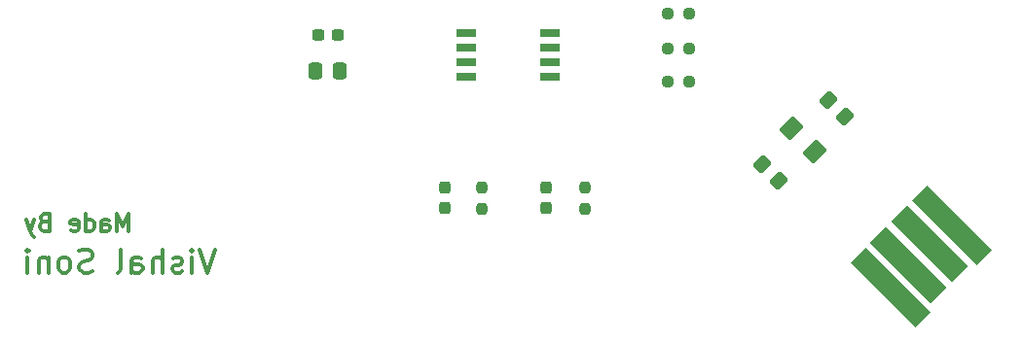
<source format=gbs>
G04 #@! TF.GenerationSoftware,KiCad,Pcbnew,(6.0.1)*
G04 #@! TF.CreationDate,2022-02-01T23:45:27+05:30*
G04 #@! TF.ProjectId,Business card,42757369-6e65-4737-9320-636172642e6b,rev?*
G04 #@! TF.SameCoordinates,Original*
G04 #@! TF.FileFunction,Soldermask,Bot*
G04 #@! TF.FilePolarity,Negative*
%FSLAX46Y46*%
G04 Gerber Fmt 4.6, Leading zero omitted, Abs format (unit mm)*
G04 Created by KiCad (PCBNEW (6.0.1)) date 2022-02-01 23:45:27*
%MOMM*%
%LPD*%
G01*
G04 APERTURE LIST*
G04 Aperture macros list*
%AMRoundRect*
0 Rectangle with rounded corners*
0 $1 Rounding radius*
0 $2 $3 $4 $5 $6 $7 $8 $9 X,Y pos of 4 corners*
0 Add a 4 corners polygon primitive as box body*
4,1,4,$2,$3,$4,$5,$6,$7,$8,$9,$2,$3,0*
0 Add four circle primitives for the rounded corners*
1,1,$1+$1,$2,$3*
1,1,$1+$1,$4,$5*
1,1,$1+$1,$6,$7*
1,1,$1+$1,$8,$9*
0 Add four rect primitives between the rounded corners*
20,1,$1+$1,$2,$3,$4,$5,0*
20,1,$1+$1,$4,$5,$6,$7,0*
20,1,$1+$1,$6,$7,$8,$9,0*
20,1,$1+$1,$8,$9,$2,$3,0*%
%AMRotRect*
0 Rectangle, with rotation*
0 The origin of the aperture is its center*
0 $1 length*
0 $2 width*
0 $3 Rotation angle, in degrees counterclockwise*
0 Add horizontal line*
21,1,$1,$2,0,0,$3*%
G04 Aperture macros list end*
%ADD10C,0.300000*%
%ADD11RoundRect,0.250000X0.337500X0.475000X-0.337500X0.475000X-0.337500X-0.475000X0.337500X-0.475000X0*%
%ADD12RoundRect,0.237500X0.250000X0.237500X-0.250000X0.237500X-0.250000X-0.237500X0.250000X-0.237500X0*%
%ADD13R,1.700000X0.650000*%
%ADD14RoundRect,0.237500X0.237500X-0.287500X0.237500X0.287500X-0.237500X0.287500X-0.237500X-0.287500X0*%
%ADD15RoundRect,0.237500X0.237500X-0.250000X0.237500X0.250000X-0.237500X0.250000X-0.237500X-0.250000X0*%
%ADD16RoundRect,0.250000X0.548008X0.088388X0.088388X0.548008X-0.548008X-0.088388X-0.088388X-0.548008X0*%
%ADD17RoundRect,0.250001X0.768977X0.114905X0.114905X0.768977X-0.768977X-0.114905X-0.114905X-0.768977X0*%
%ADD18RotRect,1.900000X8.000000X225.000000*%
%ADD19RotRect,2.000000X7.500000X225.000000*%
%ADD20RoundRect,0.237500X-0.250000X-0.237500X0.250000X-0.237500X0.250000X0.237500X-0.250000X0.237500X0*%
%ADD21RoundRect,0.237500X0.300000X0.237500X-0.300000X0.237500X-0.300000X-0.237500X0.300000X-0.237500X0*%
G04 APERTURE END LIST*
D10*
X50585714Y-92404761D02*
X49919047Y-94404761D01*
X49252380Y-92404761D01*
X48585714Y-94404761D02*
X48585714Y-93071428D01*
X48585714Y-92404761D02*
X48680952Y-92500000D01*
X48585714Y-92595238D01*
X48490476Y-92500000D01*
X48585714Y-92404761D01*
X48585714Y-92595238D01*
X47728571Y-94309523D02*
X47538095Y-94404761D01*
X47157142Y-94404761D01*
X46966666Y-94309523D01*
X46871428Y-94119047D01*
X46871428Y-94023809D01*
X46966666Y-93833333D01*
X47157142Y-93738095D01*
X47442857Y-93738095D01*
X47633333Y-93642857D01*
X47728571Y-93452380D01*
X47728571Y-93357142D01*
X47633333Y-93166666D01*
X47442857Y-93071428D01*
X47157142Y-93071428D01*
X46966666Y-93166666D01*
X46014285Y-94404761D02*
X46014285Y-92404761D01*
X45157142Y-94404761D02*
X45157142Y-93357142D01*
X45252380Y-93166666D01*
X45442857Y-93071428D01*
X45728571Y-93071428D01*
X45919047Y-93166666D01*
X46014285Y-93261904D01*
X43347619Y-94404761D02*
X43347619Y-93357142D01*
X43442857Y-93166666D01*
X43633333Y-93071428D01*
X44014285Y-93071428D01*
X44204761Y-93166666D01*
X43347619Y-94309523D02*
X43538095Y-94404761D01*
X44014285Y-94404761D01*
X44204761Y-94309523D01*
X44300000Y-94119047D01*
X44300000Y-93928571D01*
X44204761Y-93738095D01*
X44014285Y-93642857D01*
X43538095Y-93642857D01*
X43347619Y-93547619D01*
X42109523Y-94404761D02*
X42300000Y-94309523D01*
X42395238Y-94119047D01*
X42395238Y-92404761D01*
X39919047Y-94309523D02*
X39633333Y-94404761D01*
X39157142Y-94404761D01*
X38966666Y-94309523D01*
X38871428Y-94214285D01*
X38776190Y-94023809D01*
X38776190Y-93833333D01*
X38871428Y-93642857D01*
X38966666Y-93547619D01*
X39157142Y-93452380D01*
X39538095Y-93357142D01*
X39728571Y-93261904D01*
X39823809Y-93166666D01*
X39919047Y-92976190D01*
X39919047Y-92785714D01*
X39823809Y-92595238D01*
X39728571Y-92500000D01*
X39538095Y-92404761D01*
X39061904Y-92404761D01*
X38776190Y-92500000D01*
X37633333Y-94404761D02*
X37823809Y-94309523D01*
X37919047Y-94214285D01*
X38014285Y-94023809D01*
X38014285Y-93452380D01*
X37919047Y-93261904D01*
X37823809Y-93166666D01*
X37633333Y-93071428D01*
X37347619Y-93071428D01*
X37157142Y-93166666D01*
X37061904Y-93261904D01*
X36966666Y-93452380D01*
X36966666Y-94023809D01*
X37061904Y-94214285D01*
X37157142Y-94309523D01*
X37347619Y-94404761D01*
X37633333Y-94404761D01*
X36109523Y-93071428D02*
X36109523Y-94404761D01*
X36109523Y-93261904D02*
X36014285Y-93166666D01*
X35823809Y-93071428D01*
X35538095Y-93071428D01*
X35347619Y-93166666D01*
X35252380Y-93357142D01*
X35252380Y-94404761D01*
X34300000Y-94404761D02*
X34300000Y-93071428D01*
X34300000Y-92404761D02*
X34395238Y-92500000D01*
X34300000Y-92595238D01*
X34204761Y-92500000D01*
X34300000Y-92404761D01*
X34300000Y-92595238D01*
X43092857Y-90778571D02*
X43092857Y-89278571D01*
X42592857Y-90350000D01*
X42092857Y-89278571D01*
X42092857Y-90778571D01*
X40735714Y-90778571D02*
X40735714Y-89992857D01*
X40807142Y-89850000D01*
X40950000Y-89778571D01*
X41235714Y-89778571D01*
X41378571Y-89850000D01*
X40735714Y-90707142D02*
X40878571Y-90778571D01*
X41235714Y-90778571D01*
X41378571Y-90707142D01*
X41450000Y-90564285D01*
X41450000Y-90421428D01*
X41378571Y-90278571D01*
X41235714Y-90207142D01*
X40878571Y-90207142D01*
X40735714Y-90135714D01*
X39378571Y-90778571D02*
X39378571Y-89278571D01*
X39378571Y-90707142D02*
X39521428Y-90778571D01*
X39807142Y-90778571D01*
X39950000Y-90707142D01*
X40021428Y-90635714D01*
X40092857Y-90492857D01*
X40092857Y-90064285D01*
X40021428Y-89921428D01*
X39950000Y-89850000D01*
X39807142Y-89778571D01*
X39521428Y-89778571D01*
X39378571Y-89850000D01*
X38092857Y-90707142D02*
X38235714Y-90778571D01*
X38521428Y-90778571D01*
X38664285Y-90707142D01*
X38735714Y-90564285D01*
X38735714Y-89992857D01*
X38664285Y-89850000D01*
X38521428Y-89778571D01*
X38235714Y-89778571D01*
X38092857Y-89850000D01*
X38021428Y-89992857D01*
X38021428Y-90135714D01*
X38735714Y-90278571D01*
X35735714Y-89992857D02*
X35521428Y-90064285D01*
X35450000Y-90135714D01*
X35378571Y-90278571D01*
X35378571Y-90492857D01*
X35450000Y-90635714D01*
X35521428Y-90707142D01*
X35664285Y-90778571D01*
X36235714Y-90778571D01*
X36235714Y-89278571D01*
X35735714Y-89278571D01*
X35592857Y-89350000D01*
X35521428Y-89421428D01*
X35450000Y-89564285D01*
X35450000Y-89707142D01*
X35521428Y-89850000D01*
X35592857Y-89921428D01*
X35735714Y-89992857D01*
X36235714Y-89992857D01*
X34878571Y-89778571D02*
X34521428Y-90778571D01*
X34164285Y-89778571D02*
X34521428Y-90778571D01*
X34664285Y-91135714D01*
X34735714Y-91207142D01*
X34878571Y-91278571D01*
D11*
G04 #@! TO.C,C1*
X61437500Y-76800000D03*
X59362500Y-76800000D03*
G04 #@! TD*
D12*
G04 #@! TO.C,R5*
X91812500Y-71800000D03*
X89987500Y-71800000D03*
G04 #@! TD*
D13*
G04 #@! TO.C,U1*
X79750000Y-73495000D03*
X79750000Y-74765000D03*
X79750000Y-76035000D03*
X79750000Y-77305000D03*
X72450000Y-77305000D03*
X72450000Y-76035000D03*
X72450000Y-74765000D03*
X72450000Y-73495000D03*
G04 #@! TD*
D14*
G04 #@! TO.C,D1*
X70600000Y-88752500D03*
X70600000Y-87002500D03*
G04 #@! TD*
D15*
G04 #@! TO.C,R4*
X82800000Y-88835000D03*
X82800000Y-87010000D03*
G04 #@! TD*
D16*
G04 #@! TO.C,D4*
X99624784Y-86424784D03*
X98175216Y-84975216D03*
G04 #@! TD*
D17*
G04 #@! TO.C,D3*
X102800911Y-83900911D03*
X100697269Y-81797269D03*
G04 #@! TD*
D14*
G04 #@! TO.C,D2*
X79400000Y-88752500D03*
X79400000Y-87002500D03*
G04 #@! TD*
D18*
G04 #@! TO.C,J1*
X109328462Y-95718481D03*
D19*
X110926523Y-93766866D03*
X112765001Y-91928388D03*
D18*
X114716616Y-90330327D03*
G04 #@! TD*
D15*
G04 #@! TO.C,R3*
X73800000Y-88835000D03*
X73800000Y-87010000D03*
G04 #@! TD*
D16*
G04 #@! TO.C,D5*
X105424784Y-80824784D03*
X103975216Y-79375216D03*
G04 #@! TD*
D20*
G04 #@! TO.C,R1*
X89987500Y-74900000D03*
X91812500Y-74900000D03*
G04 #@! TD*
G04 #@! TO.C,R2*
X89987500Y-77800000D03*
X91812500Y-77800000D03*
G04 #@! TD*
D21*
G04 #@! TO.C,C2*
X61262500Y-73700000D03*
X59537500Y-73700000D03*
G04 #@! TD*
M02*

</source>
